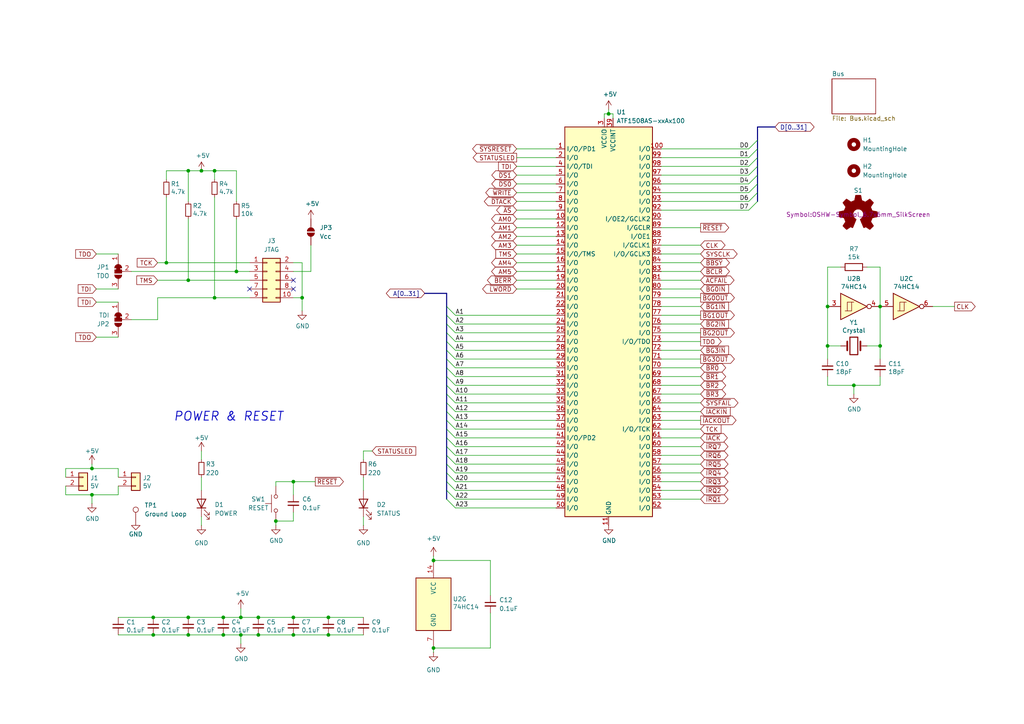
<source format=kicad_sch>
(kicad_sch (version 20231120) (generator "eeschema") (generator_version "8.0")
  (paper "A4")
  (title_block (title "VME SystemBoard") (rev "1"))
  (lib_symbols
    (symbol "74xx:74HC14" (pin_names (offset 1.016))
      (property "Reference" "U" (at 0 1.27 0))
      (property "Value" "74HC14" (at 0 -1.27 0))
      (symbol "74HC14_1_0"
        (pin input line (at -7.62 0 0) (length 3.81) (name "~") (number "1"))
        (pin output inverted (at 7.62 0 180) (length 3.81) (name "~") (number "2"))
      )
      (symbol "74HC14_2_0"
        (pin input line (at -7.62 0 0) (length 3.81) (name "~") (number "3"))
        (pin output inverted (at 7.62 0 180) (length 3.81) (name "~") (number "4"))
      )
      (symbol "74HC14_3_0"
        (pin input line (at -7.62 0 0) (length 3.81) (name "~") (number "5"))
        (pin output inverted (at 7.62 0 180) (length 3.81) (name "~") (number "6"))
      )
      (symbol "74HC14_4_0"
        (pin output inverted (at 7.62 0 180) (length 3.81) (name "~") (number "8"))
        (pin input line (at -7.62 0 0) (length 3.81) (name "~") (number "9"))
      )
      (symbol "74HC14_5_0"
        (pin output inverted (at 7.62 0 180) (length 3.81) (name "~") (number "10"))
        (pin input line (at -7.62 0 0) (length 3.81) (name "~") (number "11"))
      )
      (symbol "74HC14_6_0"
        (pin output inverted (at 7.62 0 180) (length 3.81) (name "~") (number "12"))
        (pin input line (at -7.62 0 0) (length 3.81) (name "~") (number "13"))
      )
      (symbol "74HC14_7_0"
        (pin power_in line (at 0 12.7 270) (length 5.08) (name "VCC") (number "14"))
        (pin power_in line (at 0 -12.7 90) (length 5.08) (name "GND") (number "7"))
      )
    )
    (symbol "Computie_CPLDs:ATF1508AS-xxAx100"
      (property "Reference" "U" (at -12.7 55.88 0))
      (property "Value" "ATF1508AS-xxAx100" (at 22.86 55.88 0))
      (symbol "ATF1508AS-xxAx100_1_1"
        (pin bidirectional line (at -15.24 48.26 0) (length 2.54) (name "I/O/PD1") (number "1"))
        (pin bidirectional line (at -15.24 27.94 0) (length 2.54) (name "I/O") (number "10"))
        (pin bidirectional line (at 15.24 48.26 180) (length 2.54) (name "I/O") (number "100"))
        (pin power_in line (at 0 -60.96 90) (length 2.54) (name "GND") (number "11"))
        (pin bidirectional line (at -15.24 25.4 0) (length 2.54) (name "I/O") (number "12"))
        (pin bidirectional line (at -15.24 22.86 0) (length 2.54) (name "I/O") (number "13"))
        (pin bidirectional line (at -15.24 20.32 0) (length 2.54) (name "I/O") (number "14"))
        (pin bidirectional line (at -15.24 17.78 0) (length 2.54) (name "I/O/TMS") (number "15"))
        (pin bidirectional line (at -15.24 15.24 0) (length 2.54) (name "I/O") (number "16"))
        (pin bidirectional line (at -15.24 12.7 0) (length 2.54) (name "I/O") (number "17"))
        (pin passive line (at -1.27 57.15 270) (length 2.54) hide (name "VCCIO") (number "18"))
        (pin bidirectional line (at -15.24 10.16 0) (length 2.54) (name "I/O") (number "19"))
        (pin bidirectional line (at -15.24 45.72 0) (length 2.54) (name "I/O") (number "2"))
        (pin bidirectional line (at -15.24 7.62 0) (length 2.54) (name "I/O") (number "20"))
        (pin bidirectional line (at -15.24 5.08 0) (length 2.54) (name "I/O") (number "21"))
        (pin bidirectional line (at -15.24 2.54 0) (length 2.54) (name "I/O") (number "22"))
        (pin bidirectional line (at -15.24 0 0) (length 2.54) (name "I/O") (number "23"))
        (pin bidirectional line (at -15.24 -2.54 0) (length 2.54) (name "I/O") (number "24"))
        (pin bidirectional line (at -15.24 -5.08 0) (length 2.54) (name "I/O") (number "25"))
        (pin passive line (at 0 -60.96 90) (length 2.54) hide (name "GND") (number "26"))
        (pin bidirectional line (at -15.24 -7.62 0) (length 2.54) (name "I/O") (number "27"))
        (pin bidirectional line (at -15.24 -10.16 0) (length 2.54) (name "I/O") (number "28"))
        (pin bidirectional line (at -15.24 -12.7 0) (length 2.54) (name "I/O") (number "29"))
        (pin power_in line (at -1.27 57.15 270) (length 2.54) (name "VCCIO") (number "3"))
        (pin bidirectional line (at -15.24 -15.24 0) (length 2.54) (name "I/O") (number "30"))
        (pin bidirectional line (at -15.24 -17.78 0) (length 2.54) (name "I/O") (number "31"))
        (pin bidirectional line (at -15.24 -20.32 0) (length 2.54) (name "I/O") (number "32"))
        (pin bidirectional line (at -15.24 -22.86 0) (length 2.54) (name "I/O") (number "33"))
        (pin passive line (at -1.27 57.15 270) (length 2.54) hide (name "VCCIO") (number "34"))
        (pin bidirectional line (at -15.24 -25.4 0) (length 2.54) (name "I/O") (number "35"))
        (pin bidirectional line (at -15.24 -27.94 0) (length 2.54) (name "I/O") (number "36"))
        (pin bidirectional line (at -15.24 -30.48 0) (length 2.54) (name "I/O") (number "37"))
        (pin passive line (at 0 -60.96 90) (length 2.54) hide (name "GND") (number "38"))
        (pin power_in line (at 1.27 57.15 270) (length 2.54) (name "VCCINT") (number "39"))
        (pin bidirectional line (at -15.24 43.18 0) (length 2.54) (name "I/O/TDI") (number "4"))
        (pin bidirectional line (at -15.24 -33.02 0) (length 2.54) (name "I/O") (number "40"))
        (pin bidirectional line (at -15.24 -35.56 0) (length 2.54) (name "I/O/PD2") (number "41"))
        (pin bidirectional line (at -15.24 -38.1 0) (length 2.54) (name "I/O") (number "42"))
        (pin passive line (at 0 -60.96 90) (length 2.54) hide (name "GND") (number "43"))
        (pin bidirectional line (at -15.24 -40.64 0) (length 2.54) (name "I/O") (number "44"))
        (pin bidirectional line (at -15.24 -43.18 0) (length 2.54) (name "I/O") (number "45"))
        (pin bidirectional line (at -15.24 -45.72 0) (length 2.54) (name "I/O") (number "46"))
        (pin bidirectional line (at -15.24 -48.26 0) (length 2.54) (name "I/O") (number "47"))
        (pin bidirectional line (at -15.24 -50.8 0) (length 2.54) (name "I/O") (number "48"))
        (pin bidirectional line (at -15.24 -53.34 0) (length 2.54) (name "I/O") (number "49"))
        (pin bidirectional line (at -15.24 40.64 0) (length 2.54) (name "I/O") (number "5"))
        (pin bidirectional line (at -15.24 -55.88 0) (length 2.54) (name "I/O") (number "50"))
        (pin passive line (at -1.27 57.15 270) (length 2.54) hide (name "VCCIO") (number "51"))
        (pin bidirectional line (at 15.24 -55.88 180) (length 2.54) (name "I/O") (number "52"))
        (pin bidirectional line (at 15.24 -53.34 180) (length 2.54) (name "I/O") (number "53"))
        (pin bidirectional line (at 15.24 -50.8 180) (length 2.54) (name "I/O") (number "54"))
        (pin bidirectional line (at 15.24 -48.26 180) (length 2.54) (name "I/O") (number "55"))
        (pin bidirectional line (at 15.24 -45.72 180) (length 2.54) (name "I/O") (number "56"))
        (pin bidirectional line (at 15.24 -43.18 180) (length 2.54) (name "I/O") (number "57"))
        (pin bidirectional line (at 15.24 -40.64 180) (length 2.54) (name "I/O") (number "58"))
        (pin passive line (at 0 -60.96 90) (length 2.54) hide (name "GND") (number "59"))
        (pin bidirectional line (at -15.24 38.1 0) (length 2.54) (name "I/O") (number "6"))
        (pin bidirectional line (at 15.24 -38.1 180) (length 2.54) (name "I/O") (number "60"))
        (pin bidirectional line (at 15.24 -35.56 180) (length 2.54) (name "I/O") (number "61"))
        (pin bidirectional line (at 15.24 -33.02 180) (length 2.54) (name "I/O/TCK") (number "62"))
        (pin bidirectional line (at 15.24 -30.48 180) (length 2.54) (name "I/O") (number "63"))
        (pin bidirectional line (at 15.24 -27.94 180) (length 2.54) (name "I/O") (number "64"))
        (pin bidirectional line (at 15.24 -25.4 180) (length 2.54) (name "I/O") (number "65"))
        (pin passive line (at -1.27 57.15 270) (length 2.54) hide (name "VCCIO") (number "66"))
        (pin bidirectional line (at 15.24 -22.86 180) (length 2.54) (name "I/O") (number "67"))
        (pin bidirectional line (at 15.24 -20.32 180) (length 2.54) (name "I/O") (number "68"))
        (pin bidirectional line (at 15.24 -17.78 180) (length 2.54) (name "I/O") (number "69"))
        (pin bidirectional line (at -15.24 35.56 0) (length 2.54) (name "I/O") (number "7"))
        (pin bidirectional line (at 15.24 -15.24 180) (length 2.54) (name "I/O") (number "70"))
        (pin bidirectional line (at 15.24 -12.7 180) (length 2.54) (name "I/O") (number "71"))
        (pin bidirectional line (at 15.24 -10.16 180) (length 2.54) (name "I/O") (number "72"))
        (pin bidirectional line (at 15.24 -7.62 180) (length 2.54) (name "I/O/TDO") (number "73"))
        (pin passive line (at 0 -60.96 90) (length 2.54) hide (name "GND") (number "74"))
        (pin bidirectional line (at 15.24 -5.08 180) (length 2.54) (name "I/O") (number "75"))
        (pin bidirectional line (at 15.24 -2.54 180) (length 2.54) (name "I/O") (number "76"))
        (pin bidirectional line (at 15.24 0 180) (length 2.54) (name "I/O") (number "77"))
        (pin bidirectional line (at 15.24 2.54 180) (length 2.54) (name "I/O") (number "78"))
        (pin bidirectional line (at 15.24 5.08 180) (length 2.54) (name "I/O") (number "79"))
        (pin bidirectional line (at -15.24 33.02 0) (length 2.54) (name "I/O") (number "8"))
        (pin bidirectional line (at 15.24 7.62 180) (length 2.54) (name "I/O") (number "80"))
        (pin bidirectional line (at 15.24 10.16 180) (length 2.54) (name "I/O") (number "81"))
        (pin passive line (at -1.27 57.15 270) (length 2.54) hide (name "VCCIO") (number "82"))
        (pin bidirectional line (at 15.24 12.7 180) (length 2.54) (name "I/O") (number "83"))
        (pin bidirectional line (at 15.24 15.24 180) (length 2.54) (name "I/O") (number "84"))
        (pin bidirectional line (at 15.24 17.78 180) (length 2.54) (name "I/O/GCLK3") (number "85"))
        (pin passive line (at 0 -60.96 90) (length 2.54) hide (name "GND") (number "86"))
        (pin input line (at 15.24 20.32 180) (length 2.54) (name "I/GCLK1") (number "87"))
        (pin input line (at 15.24 22.86 180) (length 2.54) (name "I/OE1") (number "88"))
        (pin input line (at 15.24 25.4 180) (length 2.54) (name "I/GCLR") (number "89"))
        (pin bidirectional line (at -15.24 30.48 0) (length 2.54) (name "I/O") (number "9"))
        (pin input line (at 15.24 27.94 180) (length 2.54) (name "I/OE2/GCLK2") (number "90"))
        (pin passive line (at 1.27 57.15 270) (length 2.54) hide (name "VCCINT") (number "91"))
        (pin bidirectional line (at 15.24 30.48 180) (length 2.54) (name "I/O") (number "92"))
        (pin bidirectional line (at 15.24 33.02 180) (length 2.54) (name "I/O") (number "93"))
        (pin bidirectional line (at 15.24 35.56 180) (length 2.54) (name "I/O") (number "94"))
        (pin passive line (at 0 -60.96 90) (length 2.54) hide (name "GND") (number "95"))
        (pin bidirectional line (at 15.24 38.1 180) (length 2.54) (name "I/O") (number "96"))
        (pin bidirectional line (at 15.24 40.64 180) (length 2.54) (name "I/O") (number "97"))
        (pin bidirectional line (at 15.24 43.18 180) (length 2.54) (name "I/O") (number "98"))
        (pin bidirectional line (at 15.24 45.72 180) (length 2.54) (name "I/O") (number "99"))
      )
    )
    (symbol "Connector:TestPoint" (pin_numbers hide) (pin_names (offset 0.762) hide)
      (property "Reference" "TP" (at 0 6.858 0))
      (property "Value" "TestPoint" (at 0 5.08 0))
      (symbol "TestPoint_1_1"
        (pin passive line (at 0 0 90) (length 2.54) (name "1") (number "1"))
      )
    )
    (symbol "Connector_Generic:Conn_01x02" (pin_names (offset 1.016) hide)
      (property "Reference" "J" (at 0 2.54 0))
      (property "Value" "Conn_01x02" (at 0 -5.08 0))
      (symbol "Conn_01x02_1_1"
        (pin passive line (at -5.08 0 0) (length 3.81) (name "Pin_1") (number "1"))
        (pin passive line (at -5.08 -2.54 0) (length 3.81) (name "Pin_2") (number "2"))
      )
    )
    (symbol "Connector_Generic:Conn_02x05_Odd_Even" (pin_names (offset 1.016) hide)
      (property "Reference" "J" (at 1.27 7.62 0))
      (property "Value" "Conn_02x05_Odd_Even" (at 1.27 -7.62 0))
      (symbol "Conn_02x05_Odd_Even_1_1"
        (pin passive line (at -5.08 5.08 0) (length 3.81) (name "Pin_1") (number "1"))
        (pin passive line (at 7.62 -5.08 180) (length 3.81) (name "Pin_10") (number "10"))
        (pin passive line (at 7.62 5.08 180) (length 3.81) (name "Pin_2") (number "2"))
        (pin passive line (at -5.08 2.54 0) (length 3.81) (name "Pin_3") (number "3"))
        (pin passive line (at 7.62 2.54 180) (length 3.81) (name "Pin_4") (number "4"))
        (pin passive line (at -5.08 0 0) (length 3.81) (name "Pin_5") (number "5"))
        (pin passive line (at 7.62 0 180) (length 3.81) (name "Pin_6") (number "6"))
        (pin passive line (at -5.08 -2.54 0) (length 3.81) (name "Pin_7") (number "7"))
        (pin passive line (at 7.62 -2.54 180) (length 3.81) (name "Pin_8") (number "8"))
        (pin passive line (at -5.08 -5.08 0) (length 3.81) (name "Pin_9") (number "9"))
      )
    )
    (symbol "Device:C_Small" (pin_numbers hide) (pin_names (offset 0.254) hide)
      (property "Reference" "C" (at 0.254 1.778 0))
      (property "Value" "C_Small" (at 0.254 -2.032 0))
      (symbol "C_Small_1_1"
        (pin passive line (at 0 2.54 270) (length 2.032) (name "~") (number "1"))
        (pin passive line (at 0 -2.54 90) (length 2.032) (name "~") (number "2"))
      )
    )
    (symbol "Device:Crystal" (pin_numbers hide) (pin_names (offset 1.016) hide)
      (property "Reference" "Y" (at 0 3.81 0))
      (property "Value" "Crystal" (at 0 -3.81 0))
      (symbol "Crystal_1_1"
        (pin passive line (at -3.81 0 0) (length 1.27) (name "1") (number "1"))
        (pin passive line (at 3.81 0 180) (length 1.27) (name "2") (number "2"))
      )
    )
    (symbol "Device:LED" (pin_numbers hide) (pin_names (offset 1.016) hide)
      (property "Reference" "D" (at 0 2.54 0))
      (property "Value" "LED" (at 0 -2.54 0))
      (symbol "LED_1_1"
        (pin passive line (at -3.81 0 0) (length 2.54) (name "K") (number "1"))
        (pin passive line (at 3.81 0 180) (length 2.54) (name "A") (number "2"))
      )
    )
    (symbol "Device:R" (pin_numbers hide) (pin_names (offset 0))
      (property "Reference" "R" (at 2.032 0 90))
      (property "Value" "R" (at 0 0 90))
      (symbol "R_1_1"
        (pin passive line (at 0 3.81 270) (length 1.27) (name "~") (number "1"))
        (pin passive line (at 0 -3.81 90) (length 1.27) (name "~") (number "2"))
      )
    )
    (symbol "Device:R_Small" (pin_numbers hide) (pin_names (offset 0.254) hide)
      (property "Reference" "R" (at 0.762 0.508 0))
      (property "Value" "R_Small" (at 0.762 -1.016 0))
      (symbol "R_Small_1_1"
        (pin passive line (at 0 2.54 270) (length 0.762) (name "~") (number "1"))
        (pin passive line (at 0 -2.54 90) (length 0.762) (name "~") (number "2"))
      )
    )
    (symbol "Graphic:Logo_Open_Hardware_Small" (in_bom no) (on_board no))
    (symbol "Jumper:SolderJumper_2_Open" (pin_numbers hide) (pin_names (offset 0) hide) (exclude_from_sim yes) (in_bom no)
      (property "Reference" "JP" (at 0 2.032 0))
      (property "Value" "SolderJumper_2_Open" (at 0 -2.54 0))
      (symbol "SolderJumper_2_Open_1_1"
        (pin passive line (at -3.81 0 0) (length 2.54) (name "A") (number "1"))
        (pin passive line (at 3.81 0 180) (length 2.54) (name "B") (number "2"))
      )
    )
    (symbol "Jumper:SolderJumper_3_Bridged12" (pin_names (offset 0) hide) (exclude_from_sim yes) (in_bom no)
      (property "Reference" "JP" (at -2.54 -2.54 0))
      (property "Value" "SolderJumper_3_Bridged12" (at 0 2.794 0))
      (symbol "SolderJumper_3_Bridged12_1_1"
        (pin passive line (at -5.08 0 0) (length 2.54) (name "A") (number "1"))
        (pin passive line (at 0 -3.81 90) (length 2.54) (name "C") (number "2"))
        (pin passive line (at 5.08 0 180) (length 2.54) (name "B") (number "3"))
      )
    )
    (symbol "Mechanical:MountingHole" (pin_names (offset 1.016))
      (property "Reference" "H" (at 0 5.08 0))
      (property "Value" "MountingHole" (at 0 3.175 0))
    )
    (symbol "Switch:SW_Push" (pin_numbers hide) (pin_names (offset 1.016) hide)
      (property "Reference" "SW" (at 1.27 2.54 0))
      (property "Value" "SW_Push" (at 0 -1.524 0))
      (symbol "SW_Push_0_1"
        (pin passive line (at -5.08 0 0) (length 2.54) (name "1") (number "1"))
        (pin passive line (at 5.08 0 180) (length 2.54) (name "2") (number "2"))
      )
    )
    (symbol "power:+5V" (power) (pin_names (offset 0))
      (property "Value" "+5V" (at 0 3.556 0))
      (symbol "+5V_1_1"
        (pin power_in line (at 0 0 90) (length 0) hide (name "+5V") (number "1"))
      )
    )
    (symbol "power:GND" (power) (pin_numbers hide) (pin_names (offset 0) hide)
      (property "Value" "GND" (at 0 -3.81 0))
      (symbol "GND_1_1"
        (pin power_in line (at 0 0 270) (length 0) (name "~") (number "1"))
      )
    )
  )
  (junction (at 247.65 111.76))
  (junction (at 176.53 33.02))
  (junction (at 87.63 86.36))
  (junction (at 240.03 100.33))
  (junction (at 44.45 179.07))
  (junction (at 240.03 88.9))
  (junction (at 95.25 179.07))
  (junction (at 64.77 184.15))
  (junction (at 54.61 81.28))
  (junction (at 64.77 179.07))
  (junction (at 85.09 184.15))
  (junction (at 26.67 135.89))
  (junction (at 69.85 184.15))
  (junction (at 85.09 179.07))
  (junction (at 26.67 143.51))
  (junction (at 80.01 151.13))
  (junction (at 255.27 100.33))
  (junction (at 44.45 184.15))
  (junction (at 54.61 184.15))
  (junction (at 69.85 179.07))
  (junction (at 125.73 187.96))
  (junction (at 255.27 88.9))
  (junction (at 74.93 184.15))
  (junction (at 62.23 49.53))
  (junction (at 54.61 179.07))
  (junction (at 58.42 49.53))
  (junction (at 95.25 184.15))
  (junction (at 85.09 139.7))
  (junction (at 125.73 162.56))
  (junction (at 68.58 78.74))
  (junction (at 54.61 49.53))
  (junction (at 62.23 86.36))
  (junction (at 74.93 179.07))
  (junction (at 48.26 76.2))
  (no_connect (at 85.09 81.28))
  (no_connect (at 85.09 83.82))
  (no_connect (at 72.39 83.82))
  (bus_entry (at 132.08 96.52) (size -2.54 -2.54))
  (bus_entry (at 217.17 48.26) (size 2.54 -2.54))
  (bus_entry (at 132.08 139.7) (size -2.54 -2.54))
  (bus_entry (at 217.17 53.34) (size 2.54 -2.54))
  (bus_entry (at 217.17 55.88) (size 2.54 -2.54))
  (bus_entry (at 132.08 116.84) (size -2.54 -2.54))
  (bus_entry (at 132.08 99.06) (size -2.54 -2.54))
  (bus_entry (at 132.08 129.54) (size -2.54 -2.54))
  (bus_entry (at 132.08 127) (size -2.54 -2.54))
  (bus_entry (at 132.08 124.46) (size -2.54 -2.54))
  (bus_entry (at 132.08 121.92) (size -2.54 -2.54))
  (bus_entry (at 132.08 147.32) (size -2.54 -2.54))
  (bus_entry (at 132.08 109.22) (size -2.54 -2.54))
  (bus_entry (at 132.08 101.6) (size -2.54 -2.54))
  (bus_entry (at 217.17 45.72) (size 2.54 -2.54))
  (bus_entry (at 132.08 114.3) (size -2.54 -2.54))
  (bus_entry (at 132.08 93.98) (size -2.54 -2.54))
  (bus_entry (at 132.08 119.38) (size -2.54 -2.54))
  (bus_entry (at 217.17 58.42) (size 2.54 -2.54))
  (bus_entry (at 132.08 91.44) (size -2.54 -2.54))
  (bus_entry (at 132.08 134.62) (size -2.54 -2.54))
  (bus_entry (at 132.08 104.14) (size -2.54 -2.54))
  (bus_entry (at 217.17 50.8) (size 2.54 -2.54))
  (bus_entry (at 132.08 137.16) (size -2.54 -2.54))
  (bus_entry (at 132.08 144.78) (size -2.54 -2.54))
  (bus_entry (at 132.08 106.68) (size -2.54 -2.54))
  (bus_entry (at 217.17 60.96) (size 2.54 -2.54))
  (bus_entry (at 217.17 43.18) (size 2.54 -2.54))
  (bus_entry (at 132.08 142.24) (size -2.54 -2.54))
  (bus_entry (at 132.08 132.08) (size -2.54 -2.54))
  (bus_entry (at 132.08 111.76) (size -2.54 -2.54))
  (wire (pts (xy 132.08 99.06) (xy 161.29 99.06)))
  (wire (pts (xy 64.77 179.07) (xy 69.85 179.07)))
  (bus (pts (xy 129.54 96.52) (xy 129.54 99.06)))
  (wire (pts (xy 62.23 49.53) (xy 68.58 49.53)))
  (bus (pts (xy 219.71 43.18) (xy 219.71 45.72)))
  (bus (pts (xy 129.54 137.16) (xy 129.54 134.62)))
  (bus (pts (xy 129.54 104.14) (xy 129.54 106.68)))
  (wire (pts (xy 203.2 137.16) (xy 191.77 137.16)))
  (wire (pts (xy 240.03 77.47) (xy 240.03 88.9)))
  (wire (pts (xy 19.05 135.89) (xy 26.67 135.89)))
  (bus (pts (xy 219.71 50.8) (xy 219.71 53.34)))
  (wire (pts (xy 85.09 78.74) (xy 90.17 78.74)))
  (wire (pts (xy 87.63 76.2) (xy 87.63 86.36)))
  (wire (pts (xy 44.45 179.07) (xy 54.61 179.07)))
  (wire (pts (xy 149.86 78.74) (xy 161.29 78.74)))
  (wire (pts (xy 132.08 114.3) (xy 161.29 114.3)))
  (wire (pts (xy 149.86 53.34) (xy 161.29 53.34)))
  (wire (pts (xy 203.2 106.68) (xy 191.77 106.68)))
  (bus (pts (xy 129.54 124.46) (xy 129.54 127)))
  (bus (pts (xy 129.54 121.92) (xy 129.54 119.38)))
  (bus (pts (xy 129.54 88.9) (xy 129.54 91.44)))
  (wire (pts (xy 132.08 137.16) (xy 161.29 137.16)))
  (wire (pts (xy 191.77 99.06) (xy 203.2 99.06)))
  (wire (pts (xy 48.26 57.15) (xy 48.26 76.2)))
  (wire (pts (xy 54.61 184.15) (xy 44.45 184.15)))
  (wire (pts (xy 132.08 124.46) (xy 161.29 124.46)))
  (bus (pts (xy 129.54 85.09) (xy 129.54 88.9)))
  (wire (pts (xy 132.08 104.14) (xy 161.29 104.14)))
  (wire (pts (xy 132.08 129.54) (xy 161.29 129.54)))
  (wire (pts (xy 203.2 127) (xy 191.77 127)))
  (wire (pts (xy 240.03 88.9) (xy 240.03 100.33)))
  (wire (pts (xy 203.2 142.24) (xy 191.77 142.24)))
  (wire (pts (xy 217.17 48.26) (xy 191.77 48.26)))
  (wire (pts (xy 125.73 162.56) (xy 142.24 162.56)))
  (wire (pts (xy 62.23 57.15) (xy 62.23 86.36)))
  (wire (pts (xy 54.61 63.5) (xy 54.61 81.28)))
  (wire (pts (xy 149.86 58.42) (xy 161.29 58.42)))
  (wire (pts (xy 91.44 139.7) (xy 85.09 139.7)))
  (wire (pts (xy 68.58 63.5) (xy 68.58 78.74)))
  (wire (pts (xy 105.41 130.81) (xy 105.41 133.35)))
  (bus (pts (xy 129.54 129.54) (xy 129.54 132.08)))
  (wire (pts (xy 125.73 161.29) (xy 125.73 162.56)))
  (wire (pts (xy 203.2 129.54) (xy 191.77 129.54)))
  (wire (pts (xy 176.53 33.02) (xy 177.8 33.02)))
  (wire (pts (xy 175.26 33.02) (xy 176.53 33.02)))
  (wire (pts (xy 85.09 151.13) (xy 80.01 151.13)))
  (wire (pts (xy 54.61 81.28) (xy 72.39 81.28)))
  (wire (pts (xy 26.67 135.89) (xy 26.67 134.62)))
  (wire (pts (xy 255.27 88.9) (xy 255.27 100.33)))
  (bus (pts (xy 129.54 91.44) (xy 129.54 93.98)))
  (wire (pts (xy 149.86 81.28) (xy 161.29 81.28)))
  (wire (pts (xy 217.17 58.42) (xy 191.77 58.42)))
  (wire (pts (xy 69.85 176.53) (xy 69.85 179.07)))
  (wire (pts (xy 240.03 111.76) (xy 240.03 109.22)))
  (wire (pts (xy 58.42 138.43) (xy 58.42 142.24)))
  (wire (pts (xy 217.17 43.18) (xy 191.77 43.18)))
  (wire (pts (xy 105.41 149.86) (xy 105.41 152.4)))
  (wire (pts (xy 68.58 78.74) (xy 72.39 78.74)))
  (wire (pts (xy 34.29 73.66) (xy 27.94 73.66)))
  (wire (pts (xy 203.2 91.44) (xy 191.77 91.44)))
  (bus (pts (xy 129.54 121.92) (xy 129.54 124.46)))
  (wire (pts (xy 161.29 43.18) (xy 149.86 43.18)))
  (wire (pts (xy 38.1 78.74) (xy 68.58 78.74)))
  (wire (pts (xy 44.45 184.15) (xy 34.29 184.15)))
  (wire (pts (xy 203.2 134.62) (xy 191.77 134.62)))
  (wire (pts (xy 255.27 100.33) (xy 255.27 104.14)))
  (wire (pts (xy 45.72 86.36) (xy 62.23 86.36)))
  (wire (pts (xy 26.67 143.51) (xy 34.29 143.51)))
  (bus (pts (xy 123.19 85.09) (xy 129.54 85.09)))
  (wire (pts (xy 161.29 45.72) (xy 149.86 45.72)))
  (wire (pts (xy 149.86 63.5) (xy 161.29 63.5)))
  (wire (pts (xy 34.29 97.79) (xy 27.94 97.79)))
  (wire (pts (xy 203.2 132.08) (xy 191.77 132.08)))
  (wire (pts (xy 203.2 114.3) (xy 191.77 114.3)))
  (wire (pts (xy 48.26 76.2) (xy 45.72 76.2)))
  (wire (pts (xy 132.08 121.92) (xy 161.29 121.92)))
  (wire (pts (xy 34.29 83.82) (xy 27.94 83.82)))
  (wire (pts (xy 247.65 111.76) (xy 255.27 111.76)))
  (wire (pts (xy 132.08 109.22) (xy 161.29 109.22)))
  (wire (pts (xy 45.72 92.71) (xy 45.72 86.36)))
  (wire (pts (xy 243.84 77.47) (xy 240.03 77.47)))
  (wire (pts (xy 132.08 127) (xy 161.29 127)))
  (wire (pts (xy 203.2 81.28) (xy 191.77 81.28)))
  (wire (pts (xy 247.65 111.76) (xy 247.65 114.3)))
  (wire (pts (xy 270.51 88.9) (xy 276.86 88.9)))
  (bus (pts (xy 224.79 36.83) (xy 219.71 36.83)))
  (wire (pts (xy 149.86 55.88) (xy 161.29 55.88)))
  (wire (pts (xy 149.86 76.2) (xy 161.29 76.2)))
  (bus (pts (xy 129.54 114.3) (xy 129.54 111.76)))
  (wire (pts (xy 95.25 184.15) (xy 105.41 184.15)))
  (wire (pts (xy 132.08 96.52) (xy 161.29 96.52)))
  (wire (pts (xy 85.09 86.36) (xy 87.63 86.36)))
  (wire (pts (xy 203.2 76.2) (xy 191.77 76.2)))
  (wire (pts (xy 240.03 111.76) (xy 247.65 111.76)))
  (wire (pts (xy 64.77 184.15) (xy 69.85 184.15)))
  (wire (pts (xy 203.2 104.14) (xy 191.77 104.14)))
  (wire (pts (xy 34.29 140.97) (xy 34.29 143.51)))
  (wire (pts (xy 132.08 144.78) (xy 161.29 144.78)))
  (wire (pts (xy 203.2 78.74) (xy 191.77 78.74)))
  (wire (pts (xy 80.01 139.7) (xy 80.01 140.97)))
  (wire (pts (xy 48.26 49.53) (xy 54.61 49.53)))
  (wire (pts (xy 85.09 139.7) (xy 85.09 143.51)))
  (wire (pts (xy 132.08 106.68) (xy 161.29 106.68)))
  (wire (pts (xy 217.17 60.96) (xy 191.77 60.96)))
  (wire (pts (xy 132.08 142.24) (xy 161.29 142.24)))
  (wire (pts (xy 19.05 143.51) (xy 19.05 140.97)))
  (wire (pts (xy 54.61 184.15) (xy 64.77 184.15)))
  (wire (pts (xy 132.08 132.08) (xy 161.29 132.08)))
  (wire (pts (xy 149.86 71.12) (xy 161.29 71.12)))
  (wire (pts (xy 34.29 87.63) (xy 27.94 87.63)))
  (wire (pts (xy 69.85 179.07) (xy 74.93 179.07)))
  (wire (pts (xy 203.2 109.22) (xy 191.77 109.22)))
  (wire (pts (xy 69.85 184.15) (xy 69.85 186.69)))
  (wire (pts (xy 80.01 151.13) (xy 80.01 152.4)))
  (wire (pts (xy 255.27 77.47) (xy 255.27 88.9)))
  (wire (pts (xy 74.93 179.07) (xy 85.09 179.07)))
  (wire (pts (xy 105.41 130.81) (xy 107.95 130.81)))
  (wire (pts (xy 132.08 101.6) (xy 161.29 101.6)))
  (bus (pts (xy 129.54 142.24) (xy 129.54 139.7)))
  (wire (pts (xy 19.05 143.51) (xy 26.67 143.51)))
  (wire (pts (xy 191.77 116.84) (xy 203.2 116.84)))
  (wire (pts (xy 58.42 49.53) (xy 62.23 49.53)))
  (wire (pts (xy 217.17 53.34) (xy 191.77 53.34)))
  (wire (pts (xy 87.63 86.36) (xy 87.63 90.17)))
  (wire (pts (xy 203.2 88.9) (xy 191.77 88.9)))
  (bus (pts (xy 219.71 45.72) (xy 219.71 48.26)))
  (wire (pts (xy 161.29 48.26) (xy 149.86 48.26)))
  (wire (pts (xy 191.77 71.12) (xy 203.2 71.12)))
  (wire (pts (xy 203.2 101.6) (xy 191.77 101.6)))
  (wire (pts (xy 203.2 86.36) (xy 191.77 86.36)))
  (wire (pts (xy 161.29 73.66) (xy 149.86 73.66)))
  (wire (pts (xy 19.05 135.89) (xy 19.05 138.43)))
  (wire (pts (xy 142.24 187.96) (xy 125.73 187.96)))
  (bus (pts (xy 129.54 99.06) (xy 129.54 101.6)))
  (bus (pts (xy 129.54 132.08) (xy 129.54 134.62)))
  (wire (pts (xy 105.41 179.07) (xy 95.25 179.07)))
  (bus (pts (xy 219.71 55.88) (xy 219.71 58.42)))
  (wire (pts (xy 203.2 66.04) (xy 191.77 66.04)))
  (wire (pts (xy 54.61 81.28) (xy 45.72 81.28)))
  (wire (pts (xy 251.46 100.33) (xy 255.27 100.33)))
  (wire (pts (xy 203.2 111.76) (xy 191.77 111.76)))
  (bus (pts (xy 219.71 36.83) (xy 219.71 40.64)))
  (bus (pts (xy 129.54 139.7) (xy 129.54 137.16)))
  (wire (pts (xy 203.2 121.92) (xy 191.77 121.92)))
  (wire (pts (xy 203.2 139.7) (xy 191.77 139.7)))
  (wire (pts (xy 68.58 58.42) (xy 68.58 49.53)))
  (wire (pts (xy 132.08 139.7) (xy 161.29 139.7)))
  (wire (pts (xy 26.67 146.05) (xy 26.67 143.51)))
  (wire (pts (xy 251.46 77.47) (xy 255.27 77.47)))
  (wire (pts (xy 132.08 91.44) (xy 161.29 91.44)))
  (wire (pts (xy 58.42 130.81) (xy 58.42 133.35)))
  (bus (pts (xy 219.71 48.26) (xy 219.71 50.8)))
  (wire (pts (xy 132.08 111.76) (xy 161.29 111.76)))
  (bus (pts (xy 129.54 127) (xy 129.54 129.54)))
  (wire (pts (xy 203.2 144.78) (xy 191.77 144.78)))
  (bus (pts (xy 219.71 53.34) (xy 219.71 55.88)))
  (bus (pts (xy 129.54 116.84) (xy 129.54 114.3)))
  (wire (pts (xy 149.86 66.04) (xy 161.29 66.04)))
  (wire (pts (xy 149.86 60.96) (xy 161.29 60.96)))
  (wire (pts (xy 34.29 138.43) (xy 34.29 135.89)))
  (wire (pts (xy 149.86 83.82) (xy 161.29 83.82)))
  (wire (pts (xy 85.09 184.15) (xy 95.25 184.15)))
  (wire (pts (xy 191.77 73.66) (xy 203.2 73.66)))
  (wire (pts (xy 203.2 83.82) (xy 191.77 83.82)))
  (wire (pts (xy 85.09 76.2) (xy 87.63 76.2)))
  (wire (pts (xy 149.86 68.58) (xy 161.29 68.58)))
  (wire (pts (xy 26.67 135.89) (xy 34.29 135.89)))
  (wire (pts (xy 191.77 124.46) (xy 203.2 124.46)))
  (wire (pts (xy 142.24 177.8) (xy 142.24 187.96)))
  (bus (pts (xy 129.54 119.38) (xy 129.54 116.84)))
  (wire (pts (xy 34.29 179.07) (xy 44.45 179.07)))
  (wire (pts (xy 175.26 34.29) (xy 175.26 33.02)))
  (bus (pts (xy 129.54 106.68) (xy 129.54 109.22)))
  (wire (pts (xy 177.8 33.02) (xy 177.8 34.29)))
  (wire (pts (xy 240.03 100.33) (xy 240.03 104.14)))
  (wire (pts (xy 125.73 189.23) (xy 125.73 187.96)))
  (wire (pts (xy 203.2 119.38) (xy 191.77 119.38)))
  (wire (pts (xy 48.26 52.07) (xy 48.26 49.53)))
  (bus (pts (xy 129.54 109.22) (xy 129.54 111.76)))
  (wire (pts (xy 255.27 109.22) (xy 255.27 111.76)))
  (wire (pts (xy 58.42 149.86) (xy 58.42 152.4)))
  (bus (pts (xy 129.54 93.98) (xy 129.54 96.52)))
  (wire (pts (xy 62.23 49.53) (xy 62.23 52.07)))
  (bus (pts (xy 129.54 144.78) (xy 129.54 142.24)))
  (wire (pts (xy 132.08 116.84) (xy 161.29 116.84)))
  (wire (pts (xy 54.61 49.53) (xy 58.42 49.53)))
  (wire (pts (xy 203.2 96.52) (xy 191.77 96.52)))
  (wire (pts (xy 105.41 138.43) (xy 105.41 142.24)))
  (wire (pts (xy 54.61 49.53) (xy 54.61 58.42)))
  (wire (pts (xy 240.03 100.33) (xy 243.84 100.33)))
  (wire (pts (xy 95.25 179.07) (xy 85.09 179.07)))
  (wire (pts (xy 74.93 184.15) (xy 85.09 184.15)))
  (bus (pts (xy 219.71 40.64) (xy 219.71 43.18)))
  (wire (pts (xy 149.86 50.8) (xy 161.29 50.8)))
  (wire (pts (xy 62.23 86.36) (xy 72.39 86.36)))
  (wire (pts (xy 217.17 45.72) (xy 191.77 45.72)))
  (wire (pts (xy 217.17 55.88) (xy 191.77 55.88)))
  (wire (pts (xy 48.26 76.2) (xy 72.39 76.2)))
  (bus (pts (xy 129.54 101.6) (xy 129.54 104.14)))
  (wire (pts (xy 38.1 92.71) (xy 45.72 92.71)))
  (wire (pts (xy 132.08 147.32) (xy 161.29 147.32)))
  (wire (pts (xy 85.09 139.7) (xy 80.01 139.7)))
  (wire (pts (xy 142.24 172.72) (xy 142.24 162.56)))
  (wire (pts (xy 132.08 119.38) (xy 161.29 119.38)))
  (wire (pts (xy 217.17 50.8) (xy 191.77 50.8)))
  (wire (pts (xy 54.61 179.07) (xy 64.77 179.07)))
  (wire (pts (xy 176.53 31.75) (xy 176.53 33.02)))
  (wire (pts (xy 85.09 148.59) (xy 85.09 151.13)))
  (wire (pts (xy 90.17 71.12) (xy 90.17 78.74)))
  (wire (pts (xy 132.08 134.62) (xy 161.29 134.62)))
  (wire (pts (xy 203.2 93.98) (xy 191.77 93.98)))
  (wire (pts (xy 69.85 184.15) (xy 74.93 184.15)))
  (wire (pts (xy 132.08 93.98) (xy 161.29 93.98)))
  (text "POWER & RESET\n" (at 50.292 122.428 0) (effects (font (size 2.56 2.56) (thickness 0.254) (bold yes) (italic yes)) (justify left bottom)))
  (label "A22" (at 132.08 144.78 0))
  (label "D1" (at 217.17 45.72 180))
  (label "A2" (at 132.08 93.98 0))
  (label "A23" (at 132.08 147.32 0))
  (label "A1" (at 132.08 91.44 0))
  (label "A20" (at 132.08 139.7 0))
  (label "A6" (at 132.08 104.14 0))
  (label "A10" (at 132.08 114.3 0))
  (label "A13" (at 132.08 121.92 0))
  (label "A15" (at 132.08 127 0))
  (label "D7" (at 217.17 60.96 180))
  (label "A9" (at 132.08 111.76 0))
  (label "A18" (at 132.08 134.62 0))
  (label "A16" (at 132.08 129.54 0))
  (label "A3" (at 132.08 96.52 0))
  (label "D5" (at 217.17 55.88 180))
  (label "D2" (at 217.17 48.26 180))
  (label "A5" (at 132.08 101.6 0))
  (label "A17" (at 132.08 132.08 0))
  (label "A12" (at 132.08 119.38 0))
  (label "A8" (at 132.08 109.22 0))
  (label "A14" (at 132.08 124.46 0))
  (label "A19" (at 132.08 137.16 0))
  (label "A7" (at 132.08 106.68 0))
  (label "A11" (at 132.08 116.84 0))
  (label "A4" (at 132.08 99.06 0))
  (label "A21" (at 132.08 142.24 0))
  (label "D0" (at 217.17 43.18 180))
  (label "D4" (at 217.17 53.34 180))
  (label "D6" (at 217.17 58.42 180))
  (label "D3" (at 217.17 50.8 180))
  (global_label "~{BG2OUT}" (shape output) (at 203.2 96.52 0) (property "Intersheetrefs" "${INTERSHEET_REFS}" (effects (hide yes))))
  (global_label "TMS" (shape input) (at 149.86 73.66 180) (property "Intersheetrefs" "${INTERSHEET_REFS}" (effects (hide yes))))
  (global_label "STATUSLED" (shape input) (at 107.95 130.81 0) (property "Intersheetrefs" "${INTERSHEET_REFS}" (effects (hide yes))))
  (global_label "TCK" (shape input) (at 203.2 124.46 0) (property "Intersheetrefs" "${INTERSHEET_REFS}" (effects (hide yes))))
  (global_label "~{IRQ7}" (shape bidirectional) (at 203.2 129.54 0) (property "Intersheetrefs" "${INTERSHEET_REFS}" (effects (hide yes))))
  (global_label "~{SYSFAIL}" (shape bidirectional) (at 203.2 116.84 0) (property "Intersheetrefs" "${INTERSHEET_REFS}" (effects (hide yes))))
  (global_label "~{IRQ2}" (shape bidirectional) (at 203.2 142.24 0) (property "Intersheetrefs" "${INTERSHEET_REFS}" (effects (hide yes))))
  (global_label "~{RESET}" (shape output) (at 91.44 139.7 0) (property "Intersheetrefs" "${INTERSHEET_REFS}" (effects (hide yes))))
  (global_label "~{IACKIN}" (shape input) (at 203.2 119.38 0) (property "Intersheetrefs" "${INTERSHEET_REFS}" (effects (hide yes))))
  (global_label "TDI" (shape input) (at 27.94 83.82 180) (property "Intersheetrefs" "${INTERSHEET_REFS}" (effects (hide yes))))
  (global_label "~{ACFAIL}" (shape bidirectional) (at 203.2 81.28 0) (property "Intersheetrefs" "${INTERSHEET_REFS}" (effects (hide yes))))
  (global_label "~{BG1OUT}" (shape output) (at 203.2 91.44 0) (property "Intersheetrefs" "${INTERSHEET_REFS}" (effects (hide yes))))
  (global_label "~{BCLR}" (shape bidirectional) (at 203.2 78.74 0) (property "Intersheetrefs" "${INTERSHEET_REFS}" (effects (hide yes))))
  (global_label "TDI" (shape input) (at 149.86 48.26 180) (property "Intersheetrefs" "${INTERSHEET_REFS}" (effects (hide yes))))
  (global_label "~{BG3IN}" (shape input) (at 203.2 101.6 0) (property "Intersheetrefs" "${INTERSHEET_REFS}" (effects (hide yes))))
  (global_label "D[0..31]" (shape bidirectional) (at 224.79 36.83 0) (property "Intersheetrefs" "${INTERSHEET_REFS}" (effects (hide yes))))
  (global_label "TDO" (shape input) (at 27.94 97.79 180) (property "Intersheetrefs" "${INTERSHEET_REFS}" (effects (hide yes))))
  (global_label "TCK" (shape input) (at 45.72 76.2 180) (property "Intersheetrefs" "${INTERSHEET_REFS}" (effects (hide yes))))
  (global_label "SYSCLK" (shape bidirectional) (at 203.2 73.66 0) (property "Intersheetrefs" "${INTERSHEET_REFS}" (effects (hide yes))))
  (global_label "~{BERR}" (shape bidirectional) (at 149.86 81.28 180) (property "Intersheetrefs" "${INTERSHEET_REFS}" (effects (hide yes))))
  (global_label "~{DTACK}" (shape bidirectional) (at 149.86 58.42 180) (property "Intersheetrefs" "${INTERSHEET_REFS}" (effects (hide yes))))
  (global_label "~{DS1}" (shape bidirectional) (at 149.86 50.8 180) (property "Intersheetrefs" "${INTERSHEET_REFS}" (effects (hide yes))))
  (global_label "~{IRQ6}" (shape bidirectional) (at 203.2 132.08 0) (property "Intersheetrefs" "${INTERSHEET_REFS}" (effects (hide yes))))
  (global_label "~{AS}" (shape bidirectional) (at 149.86 60.96 180) (property "Intersheetrefs" "${INTERSHEET_REFS}" (effects (hide yes))))
  (global_label "~{SYSRESET}" (shape bidirectional) (at 149.86 43.18 180) (property "Intersheetrefs" "${INTERSHEET_REFS}" (effects (hide yes))))
  (global_label "~{BG0OUT}" (shape output) (at 203.2 86.36 0) (property "Intersheetrefs" "${INTERSHEET_REFS}" (effects (hide yes))))
  (global_label "CLK" (shape bidirectional) (at 203.2 71.12 0) (property "Intersheetrefs" "${INTERSHEET_REFS}" (effects (hide yes))))
  (global_label "~{IRQ5}" (shape bidirectional) (at 203.2 134.62 0) (property "Intersheetrefs" "${INTERSHEET_REFS}" (effects (hide yes))))
  (global_label "~{IRQ4}" (shape bidirectional) (at 203.2 137.16 0) (property "Intersheetrefs" "${INTERSHEET_REFS}" (effects (hide yes))))
  (global_label "~{LWORD}" (shape bidirectional) (at 149.86 83.82 180) (property "Intersheetrefs" "${INTERSHEET_REFS}" (effects (hide yes))))
  (global_label "~{IRQ3}" (shape bidirectional) (at 203.2 139.7 0) (property "Intersheetrefs" "${INTERSHEET_REFS}" (effects (hide yes))))
  (global_label "AM2" (shape bidirectional) (at 149.86 68.58 180) (property "Intersheetrefs" "${INTERSHEET_REFS}" (effects (hide yes))))
  (global_label "AM3" (shape bidirectional) (at 149.86 71.12 180) (property "Intersheetrefs" "${INTERSHEET_REFS}" (effects (hide yes))))
  (global_label "~{IRQ1}" (shape bidirectional) (at 203.2 144.78 0) (property "Intersheetrefs" "${INTERSHEET_REFS}" (effects (hide yes))))
  (global_label "~{BR2}" (shape bidirectional) (at 203.2 111.76 0) (property "Intersheetrefs" "${INTERSHEET_REFS}" (effects (hide yes))))
  (global_label "AM5" (shape bidirectional) (at 149.86 78.74 180) (property "Intersheetrefs" "${INTERSHEET_REFS}" (effects (hide yes))))
  (global_label "AM1" (shape bidirectional) (at 149.86 66.04 180) (property "Intersheetrefs" "${INTERSHEET_REFS}" (effects (hide yes))))
  (global_label "AM4" (shape bidirectional) (at 149.86 76.2 180) (property "Intersheetrefs" "${INTERSHEET_REFS}" (effects (hide yes))))
  (global_label "~{BG1IN}" (shape input) (at 203.2 88.9 0) (property "Intersheetrefs" "${INTERSHEET_REFS}" (effects (hide yes))))
  (global_label "TDO" (shape input) (at 27.94 73.66 180) (property "Intersheetrefs" "${INTERSHEET_REFS}" (effects (hide yes))))
  (global_label "TDI" (shape input) (at 27.94 87.63 180) (property "Intersheetrefs" "${INTERSHEET_REFS}" (effects (hide yes))))
  (global_label "A[0..31]" (shape bidirectional) (at 123.19 85.09 180) (property "Intersheetrefs" "${INTERSHEET_REFS}" (effects (hide yes))))
  (global_label "~{BR1}" (shape bidirectional) (at 203.2 109.22 0) (property "Intersheetrefs" "${INTERSHEET_REFS}" (effects (hide yes))))
  (global_label "TMS" (shape input) (at 45.72 81.28 180) (property "Intersheetrefs" "${INTERSHEET_REFS}" (effects (hide yes))))
  (global_label "~{BR0}" (shape bidirectional) (at 203.2 106.68 0) (property "Intersheetrefs" "${INTERSHEET_REFS}" (effects (hide yes))))
  (global_label "~{BG2IN}" (shape input) (at 203.2 93.98 0) (property "Intersheetrefs" "${INTERSHEET_REFS}" (effects (hide yes))))
  (global_label "~{RESET}" (shape output) (at 203.2 66.04 0) (property "Intersheetrefs" "${INTERSHEET_REFS}" (effects (hide yes))))
  (global_label "~{BR3}" (shape bidirectional) (at 203.2 114.3 0) (property "Intersheetrefs" "${INTERSHEET_REFS}" (effects (hide yes))))
  (global_label "~{WRITE}" (shape bidirectional) (at 149.86 55.88 180) (property "Intersheetrefs" "${INTERSHEET_REFS}" (effects (hide yes))))
  (global_label "~{BG0IN}" (shape input) (at 203.2 83.82 0) (property "Intersheetrefs" "${INTERSHEET_REFS}" (effects (hide yes))))
  (global_label "AM0" (shape bidirectional) (at 149.86 63.5 180) (property "Intersheetrefs" "${INTERSHEET_REFS}" (effects (hide yes))))
  (global_label "~{IACKOUT}" (shape output) (at 203.2 121.92 0) (property "Intersheetrefs" "${INTERSHEET_REFS}" (effects (hide yes))))
  (global_label "~{IACK}" (shape bidirectional) (at 203.2 127 0) (property "Intersheetrefs" "${INTERSHEET_REFS}" (effects (hide yes))))
  (global_label "CLK" (shape output) (at 276.86 88.9 0) (property "Intersheetrefs" "${INTERSHEET_REFS}" (effects (hide yes))))
  (global_label "~{BG3OUT}" (shape output) (at 203.2 104.14 0) (property "Intersheetrefs" "${INTERSHEET_REFS}" (effects (hide yes))))
  (global_label "~{DS0}" (shape bidirectional) (at 149.86 53.34 180) (property "Intersheetrefs" "${INTERSHEET_REFS}" (effects (hide yes))))
  (global_label "STATUSLED" (shape output) (at 149.86 45.72 180) (property "Intersheetrefs" "${INTERSHEET_REFS}" (effects (hide yes))))
  (global_label "~{BBSY}" (shape bidirectional) (at 203.2 76.2 0) (property "Intersheetrefs" "${INTERSHEET_REFS}" (effects (hide yes))))
  (global_label "TDO" (shape output) (at 203.2 99.06 0) (property "Intersheetrefs" "${INTERSHEET_REFS}" (effects (hide yes))))
  (symbol (lib_id "Connector:TestPoint") (at 39.37 151.13 0) (unit 1)
    (property "Reference" "TP1" (at 41.91 146.558 0) (effects (justify left)))
    (property "Value" "Ground Loop" (at 41.91 149.098 0) (effects (justify left)))
    (property "Footprint" "TestPoint:TestPoint_Loop_D2.60mm_Drill1.6mm_Beaded" (effects (hide yes)))
  )
  (symbol (lib_id "Device:C_Small") (at 54.61 181.61 0) (unit 1)
    (property "Reference" "C3" (at 56.9468 180.4416 0) (effects (justify left)))
    (property "Value" "0.1uF" (at 56.9468 182.753 0) (effects (justify left)))
    (property "Footprint" "Capacitor_SMD:C_0805_2012Metric_Pad1.18x1.45mm_HandSolder" (effects (hide yes)))
  )
  (symbol (lib_id "Mechanical:MountingHole") (at 247.65 49.53 0) (unit 1)
    (property "Reference" "H2" (at 250.19 48.26 0) (effects (justify left)))
    (property "Value" "MountingHole" (at 250.19 50.8 0) (effects (justify left)))
    (property "Footprint" "MountingHole:MountingHole_2.7mm_M2.5_DIN965" (effects (hide yes)))
  )
  (symbol (lib_id "Device:LED") (at 58.42 146.05 90) (unit 1)
    (property "Reference" "D1" (at 62.23 146.3674 90) (effects (justify right)))
    (property "Value" "POWER" (at 62.23 148.9074 90) (effects (justify right)))
    (property "Footprint" "LED_THT:LED_D3.0mm" (effects (hide yes)))
  )
  (symbol (lib_id "power:+5V") (at 90.17 63.5 0) (unit 1)
    (property "Reference" "#PWR011" (effects (hide yes)))
    (property "Value" "+5V" (at 90.551 59.1058 0))
  )
  (symbol (lib_id "Mechanical:MountingHole") (at 247.65 41.91 0) (unit 1)
    (property "Reference" "H1" (at 250.19 40.64 0) (effects (justify left)))
    (property "Value" "MountingHole" (at 250.19 43.18 0) (effects (justify left)))
    (property "Footprint" "MountingHole:MountingHole_2.7mm_M2.5_DIN965" (effects (hide yes)))
  )
  (symbol (lib_id "Connector_Generic:Conn_01x02") (at 39.37 138.43 0) (unit 1)
    (property "Reference" "J2" (at 41.402 138.6332 0) (effects (justify left)))
    (property "Value" "5V" (at 41.402 140.9446 0) (effects (justify left)))
    (property "Footprint" "Connector_PinHeader_2.54mm:PinHeader_1x02_P2.54mm_Vertical" (effects (hide yes)))
  )
  (symbol (lib_id "74xx:74HC14") (at 247.65 88.9 0) (unit 2)
    (property "Reference" "U2" (at 247.65 80.8482 0))
    (property "Value" "74HC14" (at 247.65 83.1596 0))
    (property "Footprint" "Package_SO:TSSOP-14_4.4x5mm_P0.65mm" (effects (hide yes)))
    (property "Datasheet" "http://www.ti.com/lit/gpn/sn74HC14" (effects (hide yes)))
  )
  (symbol (lib_id "Device:C_Small") (at 44.45 181.61 0) (unit 1)
    (property "Reference" "C2" (at 46.7868 180.4416 0) (effects (justify left)))
    (property "Value" "0.1uF" (at 46.7868 182.753 0) (effects (justify left)))
    (property "Footprint" "Capacitor_SMD:C_0805_2012Metric_Pad1.18x1.45mm_HandSolder" (effects (hide yes)))
  )
  (symbol (lib_id "power:+5V") (at 125.73 161.29 0) (unit 1)
    (property "Reference" "#PWR016" (effects (hide yes)))
    (property "Value" "+5V" (at 125.73 156.21 0))
  )
  (symbol (lib_id "74xx:74HC14") (at 125.73 175.26 0) (unit 7)
    (property "Reference" "U2" (at 133.35 173.736 0))
    (property "Value" "74HC14" (at 135.128 176.022 0))
    (property "Footprint" "Package_SO:TSSOP-14_4.4x5mm_P0.65mm" (effects (hide yes)))
    (property "Datasheet" "http://www.ti.com/lit/gpn/sn74HC14" (effects (hide yes)))
  )
  (symbol (lib_id "Graphic:Logo_Open_Hardware_Small") (at 248.92 62.23 0) (unit 1) (exclude_from_sim yes)
    (property "Reference" "S1" (at 248.92 55.245 0))
    (property "Value" "Logo_Open_Hardware_Small" (effects (hide yes)))
    (property "Footprint" "Symbol:OSHW-Symbol_6.7x6mm_SilkScreen" (at 248.92 62.23 0))
  )
  (symbol (lib_id "power:GND") (at 58.42 152.4 0) (unit 1)
    (property "Reference" "#PWR06" (effects (hide yes)))
    (property "Value" "GND" (at 58.42 157.48 0))
    (property "Description" "Power symbol creates a global label with name \"GND\" , ground" (effects (hide yes)))
  )
  (symbol (lib_id "power:GND") (at 105.41 152.4 0) (unit 1)
    (property "Reference" "#PWR012" (effects (hide yes)))
    (property "Value" "GND" (at 105.41 157.48 0))
    (property "Description" "Power symbol creates a global label with name \"GND\" , ground" (effects (hide yes)))
  )
  (symbol (lib_id "Device:C_Small") (at 105.41 181.61 0) (unit 1)
    (property "Reference" "C9" (at 107.7468 180.4416 0) (effects (justify left)))
    (property "Value" "0.1uF" (at 107.7468 182.753 0) (effects (justify left)))
    (property "Footprint" "Capacitor_SMD:C_0805_2012Metric_Pad1.18x1.45mm_HandSolder" (effects (hide yes)))
  )
  (symbol (lib_id "Jumper:SolderJumper_2_Open") (at 90.17 67.31 90) (unit 1) (exclude_from_sim yes) (in_bom no)
    (property "Reference" "JP3" (at 92.71 66.0399 90) (effects (justify right)))
    (property "Value" "Vcc" (at 92.71 68.5799 90) (effects (justify right)))
    (property "Footprint" "Jumper:SolderJumper-2_P1.3mm_Open_RoundedPad1.0x1.5mm" (effects (hide yes)))
    (property "Description" "Solder Jumper, 2-pole, open" (effects (hide yes)))
  )
  (symbol (lib_id "power:GND") (at 87.63 90.17 0) (unit 1)
    (property "Reference" "#PWR010" (effects (hide yes)))
    (property "Value" "GND" (at 87.757 94.5642 0))
    (property "Description" "Power symbol creates a global label with name \"GND\" , ground" (effects (hide yes)))
  )
  (symbol (lib_id "74xx:74HC14") (at 262.89 88.9 0) (unit 3)
    (property "Reference" "U2" (at 262.89 80.8482 0))
    (property "Value" "74HC14" (at 262.89 83.1596 0))
    (property "Footprint" "Package_SO:TSSOP-14_4.4x5mm_P0.65mm" (effects (hide yes)))
    (property "Datasheet" "http://www.ti.com/lit/gpn/sn74HC14" (effects (hide yes)))
  )
  (symbol (lib_id "power:GND") (at 80.01 152.4 0) (unit 1)
    (property "Reference" "#PWR09" (effects (hide yes)))
    (property "Value" "GND" (at 80.137 156.7942 0))
    (property "Description" "Power symbol creates a global label with name \"GND\" , ground" (effects (hide yes)))
  )
  (symbol (lib_id "Device:R_Small") (at 105.41 135.89 0) (unit 1)
    (property "Reference" "R6" (at 106.68 134.62 0) (effects (justify left)))
    (property "Value" "220" (at 106.68 137.16 0) (effects (justify left)))
    (property "Footprint" "Resistor_THT:R_Axial_DIN0204_L3.6mm_D1.6mm_P5.08mm_Horizontal" (effects (hide yes)))
  )
  (symbol (lib_id "Device:C_Small") (at 255.27 106.68 0) (unit 1)
    (property "Reference" "C11" (at 257.6068 105.5116 0) (effects (justify left)))
    (property "Value" "18pF" (at 257.6068 107.823 0) (effects (justify left)))
    (property "Footprint" "Capacitor_THT:C_Disc_D3.0mm_W2.0mm_P2.50mm" (effects (hide yes)))
  )
  (symbol (lib_id "Device:Crystal") (at 247.65 100.33 0) (unit 1)
    (property "Reference" "Y1" (at 247.65 93.5228 0))
    (property "Value" "Crystal" (at 247.65 95.8342 0))
    (property "Footprint" "Crystal:Crystal_HC49-4H_Vertical" (effects (hide yes)))
  )
  (symbol (lib_id "Switch:SW_Push") (at 80.01 146.05 90) (unit 1)
    (property "Reference" "SW1" (at 74.93 144.78 90))
    (property "Value" "RESET" (at 74.93 147.32 90))
    (property "Footprint" "Button_Switch_THT:SW_PUSH_6mm" (effects (hide yes)))
  )
  (symbol (lib_id "Device:LED") (at 105.41 146.05 90) (unit 1)
    (property "Reference" "D2" (at 109.22 146.3674 90) (effects (justify right)))
    (property "Value" "STATUS" (at 109.22 148.9074 90) (effects (justify right)))
    (property "Footprint" "LED_THT:LED_D3.0mm" (effects (hide yes)))
  )
  (symbol (lib_id "Device:C_Small") (at 64.77 181.61 0) (unit 1)
    (property "Reference" "C4" (at 67.1068 180.4416 0) (effects (justify left)))
    (property "Value" "0.1uF" (at 67.1068 182.753 0) (effects (justify left)))
    (property "Footprint" "Capacitor_SMD:C_0805_2012Metric_Pad1.18x1.45mm_HandSolder" (effects (hide yes)))
  )
  (symbol (lib_id "Device:C_Small") (at 240.03 106.68 0) (unit 1)
    (property "Reference" "C10" (at 242.3668 105.5116 0) (effects (justify left)))
    (property "Value" "18pF" (at 242.3668 107.823 0) (effects (justify left)))
    (property "Footprint" "Capacitor_THT:C_Disc_D3.0mm_W2.0mm_P2.50mm" (effects (hide yes)))
  )
  (symbol (lib_id "power:+5V") (at 58.42 49.53 0) (unit 1)
    (property "Reference" "#PWR04" (effects (hide yes)))
    (property "Value" "+5V" (at 58.801 45.1358 0))
  )
  (symbol (lib_id "power:+5V") (at 176.53 31.75 0) (unit 1)
    (property "Reference" "#PWR013" (effects (hide yes)))
    (property "Value" "+5V" (at 176.911 27.3558 0))
  )
  (symbol (lib_id "power:GND") (at 247.65 114.3 0) (unit 1)
    (property "Reference" "#PWR015" (effects (hide yes)))
    (property "Value" "GND" (at 247.777 118.6942 0))
    (property "Description" "Power symbol creates a global label with name \"GND\" , ground" (effects (hide yes)))
  )
  (symbol (lib_id "Computie_CPLDs:ATF1508AS-xxAx100") (at 176.53 91.44 0) (unit 1)
    (property "Reference" "U1" (at 178.816 32.512 0) (effects (justify left)))
    (property "Value" "ATF1508AS-xxAx100" (at 178.816 35.052 0) (effects (justify left)))
    (property "Footprint" "Package_QFP:TQFP-100_14x14mm_P0.5mm" (effects (hide yes)))
    (property "Datasheet" "https://ww1.microchip.com/downloads/en/DeviceDoc/doc0784.pdf" (effects (hide yes)))
    (property "Description" "Microchip CPLD, 128 Macrocell, 5 V, 100-TQFP" (effects (hide yes)))
  )
  (symbol (lib_id "Device:C_Small") (at 142.24 175.26 0) (unit 1)
    (property "Reference" "C12" (at 144.78 173.9962 0) (effects (justify left)))
    (property "Value" "0.1uF" (at 144.78 176.5362 0) (effects (justify left)))
    (property "Footprint" "Capacitor_SMD:C_0805_2012Metric_Pad1.18x1.45mm_HandSolder" (effects (hide yes)))
    (property "Description" "Unpolarized capacitor, small symbol" (effects (hide yes)))
  )
  (symbol (lib_id "power:GND") (at 176.53 152.4 0) (unit 1)
    (property "Reference" "#PWR014" (effects (hide yes)))
    (property "Value" "GND" (at 176.657 156.7942 0))
    (property "Description" "Power symbol creates a global label with name \"GND\" , ground" (effects (hide yes)))
  )
  (symbol (lib_id "power:+5V") (at 26.67 134.62 0) (unit 1)
    (property "Reference" "#PWR01" (effects (hide yes)))
    (property "Value" "+5V" (at 26.67 130.81 0))
  )
  (symbol (lib_id "Connector_Generic:Conn_02x05_Odd_Even") (at 77.47 81.28 0) (unit 1)
    (property "Reference" "J3" (at 78.74 69.85 0))
    (property "Value" "JTAG" (at 78.74 72.39 0))
    (property "Footprint" "Connector_PinHeader_2.54mm:PinHeader_2x05_P2.54mm_Vertical" (effects (hide yes)))
    (property "Description" "Generic connector, double row, 02x05, odd/even pin numbering scheme (row 1 odd numbers, row 2 even numbers), script generated (kicad-library-utils/schlib/autogen/connector/)" (effects (hide yes)))
  )
  (symbol (lib_id "power:GND") (at 69.85 186.69 0) (unit 1)
    (property "Reference" "#PWR08" (effects (hide yes)))
    (property "Value" "GND" (at 69.977 191.0842 0))
    (property "Description" "Power symbol creates a global label with name \"GND\" , ground" (effects (hide yes)))
  )
  (symbol (lib_id "Device:C_Small") (at 95.25 181.61 0) (unit 1)
    (property "Reference" "C8" (at 97.5868 180.4416 0) (effects (justify left)))
    (property "Value" "0.1uF" (at 97.5868 182.753 0) (effects (justify left)))
    (property "Footprint" "Capacitor_SMD:C_0805_2012Metric_Pad1.18x1.45mm_HandSolder" (effects (hide yes)))
  )
  (symbol (lib_id "Connector_Generic:Conn_01x02") (at 24.13 138.43 0) (unit 1)
    (property "Reference" "J1" (at 26.162 138.6332 0) (effects (justify left)))
    (property "Value" "5V" (at 26.162 140.9446 0) (effects (justify left)))
    (property "Footprint" "Connector_PinHeader_2.54mm:PinHeader_1x02_P2.54mm_Vertical" (effects (hide yes)))
  )
  (symbol (lib_id "power:GND") (at 125.73 189.23 0) (unit 1)
    (property "Reference" "#PWR017" (effects (hide yes)))
    (property "Value" "GND" (at 125.73 194.31 0))
    (property "Description" "Power symbol creates a global label with name \"GND\" , ground" (effects (hide yes)))
  )
  (symbol (lib_id "Device:R_Small") (at 62.23 54.61 0) (unit 1)
    (property "Reference" "R4" (at 63.5 53.34 0) (effects (justify left)))
    (property "Value" "4.7k" (at 63.5 55.626 0) (effects (justify left)))
    (property "Footprint" "Resistor_THT:R_Axial_DIN0204_L3.6mm_D1.6mm_P5.08mm_Horizontal" (effects (hide yes)))
    (property "Description" "Resistor, small symbol" (effects (hide yes)))
  )
  (symbol (lib_id "Jumper:SolderJumper_3_Bridged12") (at 34.29 78.74 90) (mirror x) (unit 1) (exclude_from_sim yes) (in_bom no)
    (property "Reference" "JP1" (at 31.75 77.4699 90) (effects (justify left)))
    (property "Value" "TDO" (at 31.75 80.0099 90) (effects (justify left)))
    (property "Footprint" "Jumper:SolderJumper-3_P1.3mm_Bridged12_RoundedPad1.0x1.5mm_NumberLabels" (effects (hide yes)))
    (property "Description" "3-pole Solder Jumper, pins 1+2 closed/bridged" (effects (hide yes)))
  )
  (symbol (lib_id "Device:C_Small") (at 74.93 181.61 0) (unit 1)
    (property "Reference" "C5" (at 77.2668 180.4416 0) (effects (justify left)))
    (property "Value" "0.1uF" (at 77.2668 182.753 0) (effects (justify left)))
    (property "Footprint" "Capacitor_SMD:C_0805_2012Metric_Pad1.18x1.45mm_HandSolder" (effects (hide yes)))
  )
  (symbol (lib_id "Device:R_Small") (at 58.42 135.89 0) (unit 1)
    (property "Reference" "R3" (at 59.69 134.62 0) (effects (justify left)))
    (property "Value" "220" (at 59.69 137.16 0) (effects (justify left)))
    (property "Footprint" "Resistor_THT:R_Axial_DIN0204_L3.6mm_D1.6mm_P5.08mm_Horizontal" (effects (hide yes)))
  )
  (symbol (lib_id "Device:C_Small") (at 34.29 181.61 0) (unit 1)
    (property "Reference" "C1" (at 36.6268 180.4416 0) (effects (justify left)))
    (property "Value" "0.1uF" (at 36.6268 182.753 0) (effects (justify left)))
    (property "Footprint" "Capacitor_SMD:C_0805_2012Metric_Pad1.18x1.45mm_HandSolder" (effects (hide yes)))
  )
  (symbol (lib_id "Device:C_Small") (at 85.09 181.61 0) (unit 1)
    (property "Reference" "C7" (at 87.4268 180.4416 0) (effects (justify left)))
    (property "Value" "0.1uF" (at 87.4268 182.753 0) (effects (justify left)))
    (property "Footprint" "Capacitor_SMD:C_0805_2012Metric_Pad1.18x1.45mm_HandSolder" (effects (hide yes)))
  )
  (symbol (lib_id "Device:R_Small") (at 68.58 60.96 0) (unit 1)
    (property "Reference" "R5" (at 69.85 59.69 0) (effects (justify left)))
    (property "Value" "10k" (at 69.85 61.976 0) (effects (justify left)))
    (property "Footprint" "Resistor_THT:R_Axial_DIN0204_L3.6mm_D1.6mm_P5.08mm_Horizontal" (effects (hide yes)))
    (property "Description" "Resistor, small symbol" (effects (hide yes)))
  )
  (symbol (lib_id "Jumper:SolderJumper_3_Bridged12") (at 34.29 92.71 90) (mirror x) (unit 1) (exclude_from_sim yes) (in_bom no)
    (property "Reference" "JP2" (at 31.75 93.9801 90) (effects (justify left)))
    (property "Value" "TDI" (at 31.75 91.4401 90) (effects (justify left)))
    (property "Footprint" "Jumper:SolderJumper-3_P1.3mm_Bridged12_RoundedPad1.0x1.5mm_NumberLabels" (effects (hide yes)))
    (property "Description" "3-pole Solder Jumper, pins 1+2 closed/bridged" (effects (hide yes)))
  )
  (symbol (lib_id "Device:C_Small") (at 85.09 146.05 0) (unit 1)
    (property "Reference" "C6" (at 87.63 144.78 0) (effects (justify left)))
    (property "Value" "0.1uF" (at 87.63 147.32 0) (effects (justify left)))
    (property "Footprint" "Capacitor_SMD:C_0805_2012Metric_Pad1.18x1.45mm_HandSolder" (effects (hide yes)))
  )
  (symbol (lib_id "power:+5V") (at 69.85 176.53 0) (unit 1)
    (property "Reference" "#PWR07" (effects (hide yes)))
    (property "Value" "+5V" (at 70.231 172.1358 0))
  )
  (symbol (lib_id "Device:R_Small") (at 54.61 60.96 0) (unit 1)
    (property "Reference" "R2" (at 55.88 59.69 0) (effects (justify left)))
    (property "Value" "4.7k" (at 55.88 61.976 0) (effects (justify left)))
    (property "Footprint" "Resistor_THT:R_Axial_DIN0204_L3.6mm_D1.6mm_P5.08mm_Horizontal" (effects (hide yes)))
    (property "Description" "Resistor, small symbol" (effects (hide yes)))
  )
  (symbol (lib_id "Device:R_Small") (at 48.26 54.61 0) (unit 1)
    (property "Reference" "R1" (at 49.53 53.34 0) (effects (justify left)))
    (property "Value" "4.7k" (at 49.53 55.626 0) (effects (justify left)))
    (property "Footprint" "Resistor_THT:R_Axial_DIN0204_L3.6mm_D1.6mm_P5.08mm_Horizontal" (effects (hide yes)))
    (property "Description" "Resistor, small symbol" (effects (hide yes)))
  )
  (symbol (lib_id "power:GND") (at 39.37 151.13 0) (unit 1)
    (property "Reference" "#PWR03" (effects (hide yes)))
    (property "Value" "GND" (at 39.37 154.94 0))
    (property "Description" "Power symbol creates a global label with name \"GND\" , ground" (effects (hide yes)))
  )
  (symbol (lib_id "power:GND") (at 26.67 146.05 0) (unit 1)
    (property "Reference" "#PWR02" (effects (hide yes)))
    (property "Value" "GND" (at 26.797 150.4442 0))
    (property "Description" "Power symbol creates a global label with name \"GND\" , ground" (effects (hide yes)))
  )
  (symbol (lib_id "Device:R") (at 247.65 77.47 270) (unit 1)
    (property "Reference" "R7" (at 247.65 72.2122 90))
    (property "Value" "15k" (at 247.65 74.5236 90))
    (property "Footprint" "Resistor_THT:R_Axial_DIN0204_L3.6mm_D1.6mm_P5.08mm_Horizontal" (effects (hide yes)))
  )
  (symbol (lib_id "power:+5V") (at 58.42 130.81 0) (unit 1)
    (property "Reference" "#PWR05" (effects (hide yes)))
    (property "Value" "+5V" (at 58.42 127 0))
  )
  (sheet (at 241.3 22.86) (size 12.7 10.16) (stroke (width 0.1524))
    (property "Sheetname" "Bus" (at 241.3 22.1484 0) (effects (justify left bottom)))
    (property "Sheetfile" "Bus.kicad_sch" (at 241.3 33.6046 0) (effects (justify left top)))
  )
)
</source>
